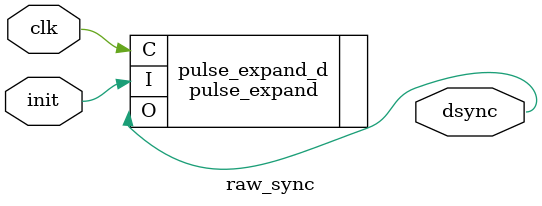
<source format=v>
`timescale 1ns / 1ps

module raw_sync #(
	parameter DSYNC_WIDTH = 10
)
(
	input wire clk,
	input wire init,
	output wire dsync
);

pulse_expand # (
	.PULSE_WIDTH(DSYNC_WIDTH)
) pulse_expand_d (
	.C(clk),
	.I(init),
	.O(dsync)
);

endmodule

</source>
